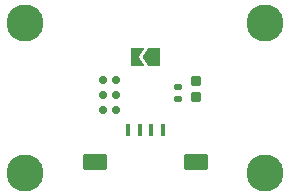
<source format=gbr>
%TF.GenerationSoftware,KiCad,Pcbnew,9.0.2*%
%TF.CreationDate,2025-05-19T10:14:33-04:00*%
%TF.ProjectId,lps28dfwBreakoutBoard,6c707332-3864-4667-9742-7265616b6f75,rev?*%
%TF.SameCoordinates,Original*%
%TF.FileFunction,Soldermask,Bot*%
%TF.FilePolarity,Negative*%
%FSLAX46Y46*%
G04 Gerber Fmt 4.6, Leading zero omitted, Abs format (unit mm)*
G04 Created by KiCad (PCBNEW 9.0.2) date 2025-05-19 10:14:33*
%MOMM*%
%LPD*%
G01*
G04 APERTURE LIST*
G04 Aperture macros list*
%AMRoundRect*
0 Rectangle with rounded corners*
0 $1 Rounding radius*
0 $2 $3 $4 $5 $6 $7 $8 $9 X,Y pos of 4 corners*
0 Add a 4 corners polygon primitive as box body*
4,1,4,$2,$3,$4,$5,$6,$7,$8,$9,$2,$3,0*
0 Add four circle primitives for the rounded corners*
1,1,$1+$1,$2,$3*
1,1,$1+$1,$4,$5*
1,1,$1+$1,$6,$7*
1,1,$1+$1,$8,$9*
0 Add four rect primitives between the rounded corners*
20,1,$1+$1,$2,$3,$4,$5,0*
20,1,$1+$1,$4,$5,$6,$7,0*
20,1,$1+$1,$6,$7,$8,$9,0*
20,1,$1+$1,$8,$9,$2,$3,0*%
%AMFreePoly0*
4,1,6,1.000000,0.000000,0.500000,-0.750000,-0.500000,-0.750000,-0.500000,0.750000,0.500000,0.750000,1.000000,0.000000,1.000000,0.000000,$1*%
%AMFreePoly1*
4,1,6,0.500000,-0.750000,-0.650000,-0.750000,-0.150000,0.000000,-0.650000,0.750000,0.500000,0.750000,0.500000,-0.750000,0.500000,-0.750000,$1*%
G04 Aperture macros list end*
%ADD10C,3.140000*%
%ADD11RoundRect,0.150000X-0.150000X-0.150000X0.150000X-0.150000X0.150000X0.150000X-0.150000X0.150000X0*%
%ADD12RoundRect,0.150000X0.150000X0.150000X-0.150000X0.150000X-0.150000X-0.150000X0.150000X-0.150000X0*%
%ADD13RoundRect,0.200000X-0.250000X0.200000X-0.250000X-0.200000X0.250000X-0.200000X0.250000X0.200000X0*%
%ADD14FreePoly0,180.000000*%
%ADD15FreePoly1,180.000000*%
%ADD16RoundRect,0.125000X-0.175000X0.125000X-0.175000X-0.125000X0.175000X-0.125000X0.175000X0.125000X0*%
%ADD17RoundRect,0.050000X0.950000X0.600000X-0.950000X0.600000X-0.950000X-0.600000X0.950000X-0.600000X0*%
%ADD18RoundRect,0.050000X0.150000X0.450000X-0.150000X0.450000X-0.150000X-0.450000X0.150000X-0.450000X0*%
G04 APERTURE END LIST*
D10*
%TO.C,REF\u002A\u002A*%
X129540000Y-114300000D03*
%TD*%
%TO.C,REF\u002A\u002A*%
X149860000Y-101600000D03*
%TD*%
%TO.C,REF\u002A\u002A*%
X129540000Y-101600000D03*
%TD*%
%TO.C,REF\u002A\u002A*%
X149860000Y-114300000D03*
%TD*%
D11*
%TO.C,R2*%
X136127000Y-107696000D03*
X137177000Y-107696000D03*
%TD*%
D12*
%TO.C,R1*%
X137177000Y-106426000D03*
X136127000Y-106426000D03*
%TD*%
D13*
%TO.C,C1*%
X144018000Y-106488000D03*
X144018000Y-107888000D03*
%TD*%
D14*
%TO.C,JP1*%
X140425000Y-104521000D03*
D15*
X138975000Y-104521000D03*
%TD*%
D16*
%TO.C,C2*%
X142494000Y-107069000D03*
X142494000Y-108069000D03*
%TD*%
D11*
%TO.C,R3*%
X136127000Y-108966000D03*
X137177000Y-108966000D03*
%TD*%
D17*
%TO.C,J1*%
X144000000Y-113400000D03*
X135400000Y-113400000D03*
D18*
X141200000Y-110700000D03*
X140200000Y-110700000D03*
X139200000Y-110700000D03*
X138200000Y-110700000D03*
%TD*%
M02*

</source>
